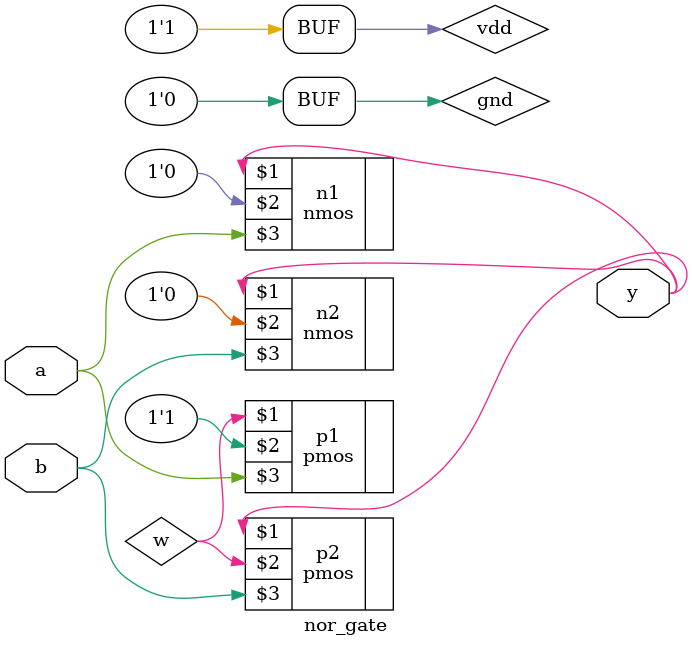
<source format=v>
module nor_gate(a,b,y);
	input a,b;
	output y;
	wire w;
	supply1 vdd;
	supply0 gnd;
	pmos p1(w,vdd,a);
	pmos p2(y,w,b);
	nmos n1(y,gnd,a);
	nmos n2(y,gnd,b);
endmodule

 
</source>
